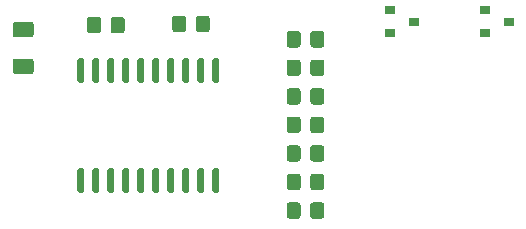
<source format=gbr>
%TF.GenerationSoftware,KiCad,Pcbnew,5.1.10-88a1d61d58~88~ubuntu20.04.1*%
%TF.CreationDate,2021-05-20T13:07:20-04:00*%
%TF.ProjectId,hexdisplay8,68657864-6973-4706-9c61-79382e6b6963,rev?*%
%TF.SameCoordinates,Original*%
%TF.FileFunction,Paste,Top*%
%TF.FilePolarity,Positive*%
%FSLAX46Y46*%
G04 Gerber Fmt 4.6, Leading zero omitted, Abs format (unit mm)*
G04 Created by KiCad (PCBNEW 5.1.10-88a1d61d58~88~ubuntu20.04.1) date 2021-05-20 13:07:20*
%MOMM*%
%LPD*%
G01*
G04 APERTURE LIST*
%ADD10R,0.900000X0.800000*%
G04 APERTURE END LIST*
%TO.C,C1*%
G36*
G01*
X143350003Y-106462500D02*
X142049997Y-106462500D01*
G75*
G02*
X141800000Y-106212503I0J249997D01*
G01*
X141800000Y-105387497D01*
G75*
G02*
X142049997Y-105137500I249997J0D01*
G01*
X143350003Y-105137500D01*
G75*
G02*
X143600000Y-105387497I0J-249997D01*
G01*
X143600000Y-106212503D01*
G75*
G02*
X143350003Y-106462500I-249997J0D01*
G01*
G37*
G36*
G01*
X143350003Y-103337500D02*
X142049997Y-103337500D01*
G75*
G02*
X141800000Y-103087503I0J249997D01*
G01*
X141800000Y-102262497D01*
G75*
G02*
X142049997Y-102012500I249997J0D01*
G01*
X143350003Y-102012500D01*
G75*
G02*
X143600000Y-102262497I0J-249997D01*
G01*
X143600000Y-103087503D01*
G75*
G02*
X143350003Y-103337500I-249997J0D01*
G01*
G37*
%TD*%
D10*
%TO.C,Q1*%
X181800000Y-101050000D03*
X181800000Y-102950000D03*
X183800000Y-102000000D03*
%TD*%
%TO.C,Q2*%
X175800000Y-102000000D03*
X173800000Y-102950000D03*
X173800000Y-101050000D03*
%TD*%
%TO.C,R1*%
G36*
G01*
X168200000Y-103049999D02*
X168200000Y-103950001D01*
G75*
G02*
X167950001Y-104200000I-249999J0D01*
G01*
X167249999Y-104200000D01*
G75*
G02*
X167000000Y-103950001I0J249999D01*
G01*
X167000000Y-103049999D01*
G75*
G02*
X167249999Y-102800000I249999J0D01*
G01*
X167950001Y-102800000D01*
G75*
G02*
X168200000Y-103049999I0J-249999D01*
G01*
G37*
G36*
G01*
X166200000Y-103049999D02*
X166200000Y-103950001D01*
G75*
G02*
X165950001Y-104200000I-249999J0D01*
G01*
X165249999Y-104200000D01*
G75*
G02*
X165000000Y-103950001I0J249999D01*
G01*
X165000000Y-103049999D01*
G75*
G02*
X165249999Y-102800000I249999J0D01*
G01*
X165950001Y-102800000D01*
G75*
G02*
X166200000Y-103049999I0J-249999D01*
G01*
G37*
%TD*%
%TO.C,R2*%
G36*
G01*
X166200000Y-105466665D02*
X166200000Y-106366667D01*
G75*
G02*
X165950001Y-106616666I-249999J0D01*
G01*
X165249999Y-106616666D01*
G75*
G02*
X165000000Y-106366667I0J249999D01*
G01*
X165000000Y-105466665D01*
G75*
G02*
X165249999Y-105216666I249999J0D01*
G01*
X165950001Y-105216666D01*
G75*
G02*
X166200000Y-105466665I0J-249999D01*
G01*
G37*
G36*
G01*
X168200000Y-105466665D02*
X168200000Y-106366667D01*
G75*
G02*
X167950001Y-106616666I-249999J0D01*
G01*
X167249999Y-106616666D01*
G75*
G02*
X167000000Y-106366667I0J249999D01*
G01*
X167000000Y-105466665D01*
G75*
G02*
X167249999Y-105216666I249999J0D01*
G01*
X167950001Y-105216666D01*
G75*
G02*
X168200000Y-105466665I0J-249999D01*
G01*
G37*
%TD*%
%TO.C,R3*%
G36*
G01*
X168200000Y-107883331D02*
X168200000Y-108783333D01*
G75*
G02*
X167950001Y-109033332I-249999J0D01*
G01*
X167249999Y-109033332D01*
G75*
G02*
X167000000Y-108783333I0J249999D01*
G01*
X167000000Y-107883331D01*
G75*
G02*
X167249999Y-107633332I249999J0D01*
G01*
X167950001Y-107633332D01*
G75*
G02*
X168200000Y-107883331I0J-249999D01*
G01*
G37*
G36*
G01*
X166200000Y-107883331D02*
X166200000Y-108783333D01*
G75*
G02*
X165950001Y-109033332I-249999J0D01*
G01*
X165249999Y-109033332D01*
G75*
G02*
X165000000Y-108783333I0J249999D01*
G01*
X165000000Y-107883331D01*
G75*
G02*
X165249999Y-107633332I249999J0D01*
G01*
X165950001Y-107633332D01*
G75*
G02*
X166200000Y-107883331I0J-249999D01*
G01*
G37*
%TD*%
%TO.C,R4*%
G36*
G01*
X166200000Y-110299997D02*
X166200000Y-111199999D01*
G75*
G02*
X165950001Y-111449998I-249999J0D01*
G01*
X165249999Y-111449998D01*
G75*
G02*
X165000000Y-111199999I0J249999D01*
G01*
X165000000Y-110299997D01*
G75*
G02*
X165249999Y-110049998I249999J0D01*
G01*
X165950001Y-110049998D01*
G75*
G02*
X166200000Y-110299997I0J-249999D01*
G01*
G37*
G36*
G01*
X168200000Y-110299997D02*
X168200000Y-111199999D01*
G75*
G02*
X167950001Y-111449998I-249999J0D01*
G01*
X167249999Y-111449998D01*
G75*
G02*
X167000000Y-111199999I0J249999D01*
G01*
X167000000Y-110299997D01*
G75*
G02*
X167249999Y-110049998I249999J0D01*
G01*
X167950001Y-110049998D01*
G75*
G02*
X168200000Y-110299997I0J-249999D01*
G01*
G37*
%TD*%
%TO.C,R5*%
G36*
G01*
X168200000Y-112716663D02*
X168200000Y-113616665D01*
G75*
G02*
X167950001Y-113866664I-249999J0D01*
G01*
X167249999Y-113866664D01*
G75*
G02*
X167000000Y-113616665I0J249999D01*
G01*
X167000000Y-112716663D01*
G75*
G02*
X167249999Y-112466664I249999J0D01*
G01*
X167950001Y-112466664D01*
G75*
G02*
X168200000Y-112716663I0J-249999D01*
G01*
G37*
G36*
G01*
X166200000Y-112716663D02*
X166200000Y-113616665D01*
G75*
G02*
X165950001Y-113866664I-249999J0D01*
G01*
X165249999Y-113866664D01*
G75*
G02*
X165000000Y-113616665I0J249999D01*
G01*
X165000000Y-112716663D01*
G75*
G02*
X165249999Y-112466664I249999J0D01*
G01*
X165950001Y-112466664D01*
G75*
G02*
X166200000Y-112716663I0J-249999D01*
G01*
G37*
%TD*%
%TO.C,R6*%
G36*
G01*
X166200000Y-115133329D02*
X166200000Y-116033331D01*
G75*
G02*
X165950001Y-116283330I-249999J0D01*
G01*
X165249999Y-116283330D01*
G75*
G02*
X165000000Y-116033331I0J249999D01*
G01*
X165000000Y-115133329D01*
G75*
G02*
X165249999Y-114883330I249999J0D01*
G01*
X165950001Y-114883330D01*
G75*
G02*
X166200000Y-115133329I0J-249999D01*
G01*
G37*
G36*
G01*
X168200000Y-115133329D02*
X168200000Y-116033331D01*
G75*
G02*
X167950001Y-116283330I-249999J0D01*
G01*
X167249999Y-116283330D01*
G75*
G02*
X167000000Y-116033331I0J249999D01*
G01*
X167000000Y-115133329D01*
G75*
G02*
X167249999Y-114883330I249999J0D01*
G01*
X167950001Y-114883330D01*
G75*
G02*
X168200000Y-115133329I0J-249999D01*
G01*
G37*
%TD*%
%TO.C,R7*%
G36*
G01*
X168200000Y-117549999D02*
X168200000Y-118450001D01*
G75*
G02*
X167950001Y-118700000I-249999J0D01*
G01*
X167249999Y-118700000D01*
G75*
G02*
X167000000Y-118450001I0J249999D01*
G01*
X167000000Y-117549999D01*
G75*
G02*
X167249999Y-117300000I249999J0D01*
G01*
X167950001Y-117300000D01*
G75*
G02*
X168200000Y-117549999I0J-249999D01*
G01*
G37*
G36*
G01*
X166200000Y-117549999D02*
X166200000Y-118450001D01*
G75*
G02*
X165950001Y-118700000I-249999J0D01*
G01*
X165249999Y-118700000D01*
G75*
G02*
X165000000Y-118450001I0J249999D01*
G01*
X165000000Y-117549999D01*
G75*
G02*
X165249999Y-117300000I249999J0D01*
G01*
X165950001Y-117300000D01*
G75*
G02*
X166200000Y-117549999I0J-249999D01*
G01*
G37*
%TD*%
%TO.C,R8*%
G36*
G01*
X149300000Y-101849999D02*
X149300000Y-102750001D01*
G75*
G02*
X149050001Y-103000000I-249999J0D01*
G01*
X148349999Y-103000000D01*
G75*
G02*
X148100000Y-102750001I0J249999D01*
G01*
X148100000Y-101849999D01*
G75*
G02*
X148349999Y-101600000I249999J0D01*
G01*
X149050001Y-101600000D01*
G75*
G02*
X149300000Y-101849999I0J-249999D01*
G01*
G37*
G36*
G01*
X151300000Y-101849999D02*
X151300000Y-102750001D01*
G75*
G02*
X151050001Y-103000000I-249999J0D01*
G01*
X150349999Y-103000000D01*
G75*
G02*
X150100000Y-102750001I0J249999D01*
G01*
X150100000Y-101849999D01*
G75*
G02*
X150349999Y-101600000I249999J0D01*
G01*
X151050001Y-101600000D01*
G75*
G02*
X151300000Y-101849999I0J-249999D01*
G01*
G37*
%TD*%
%TO.C,R9*%
G36*
G01*
X158500000Y-101749999D02*
X158500000Y-102650001D01*
G75*
G02*
X158250001Y-102900000I-249999J0D01*
G01*
X157549999Y-102900000D01*
G75*
G02*
X157300000Y-102650001I0J249999D01*
G01*
X157300000Y-101749999D01*
G75*
G02*
X157549999Y-101500000I249999J0D01*
G01*
X158250001Y-101500000D01*
G75*
G02*
X158500000Y-101749999I0J-249999D01*
G01*
G37*
G36*
G01*
X156500000Y-101749999D02*
X156500000Y-102650001D01*
G75*
G02*
X156250001Y-102900000I-249999J0D01*
G01*
X155549999Y-102900000D01*
G75*
G02*
X155300000Y-102650001I0J249999D01*
G01*
X155300000Y-101749999D01*
G75*
G02*
X155549999Y-101500000I249999J0D01*
G01*
X156250001Y-101500000D01*
G75*
G02*
X156500000Y-101749999I0J-249999D01*
G01*
G37*
%TD*%
%TO.C,U1*%
G36*
G01*
X147735000Y-116475000D02*
X147435000Y-116475000D01*
G75*
G02*
X147285000Y-116325000I0J150000D01*
G01*
X147285000Y-114575000D01*
G75*
G02*
X147435000Y-114425000I150000J0D01*
G01*
X147735000Y-114425000D01*
G75*
G02*
X147885000Y-114575000I0J-150000D01*
G01*
X147885000Y-116325000D01*
G75*
G02*
X147735000Y-116475000I-150000J0D01*
G01*
G37*
G36*
G01*
X149005000Y-116475000D02*
X148705000Y-116475000D01*
G75*
G02*
X148555000Y-116325000I0J150000D01*
G01*
X148555000Y-114575000D01*
G75*
G02*
X148705000Y-114425000I150000J0D01*
G01*
X149005000Y-114425000D01*
G75*
G02*
X149155000Y-114575000I0J-150000D01*
G01*
X149155000Y-116325000D01*
G75*
G02*
X149005000Y-116475000I-150000J0D01*
G01*
G37*
G36*
G01*
X150275000Y-116475000D02*
X149975000Y-116475000D01*
G75*
G02*
X149825000Y-116325000I0J150000D01*
G01*
X149825000Y-114575000D01*
G75*
G02*
X149975000Y-114425000I150000J0D01*
G01*
X150275000Y-114425000D01*
G75*
G02*
X150425000Y-114575000I0J-150000D01*
G01*
X150425000Y-116325000D01*
G75*
G02*
X150275000Y-116475000I-150000J0D01*
G01*
G37*
G36*
G01*
X151545000Y-116475000D02*
X151245000Y-116475000D01*
G75*
G02*
X151095000Y-116325000I0J150000D01*
G01*
X151095000Y-114575000D01*
G75*
G02*
X151245000Y-114425000I150000J0D01*
G01*
X151545000Y-114425000D01*
G75*
G02*
X151695000Y-114575000I0J-150000D01*
G01*
X151695000Y-116325000D01*
G75*
G02*
X151545000Y-116475000I-150000J0D01*
G01*
G37*
G36*
G01*
X152815000Y-116475000D02*
X152515000Y-116475000D01*
G75*
G02*
X152365000Y-116325000I0J150000D01*
G01*
X152365000Y-114575000D01*
G75*
G02*
X152515000Y-114425000I150000J0D01*
G01*
X152815000Y-114425000D01*
G75*
G02*
X152965000Y-114575000I0J-150000D01*
G01*
X152965000Y-116325000D01*
G75*
G02*
X152815000Y-116475000I-150000J0D01*
G01*
G37*
G36*
G01*
X154085000Y-116475000D02*
X153785000Y-116475000D01*
G75*
G02*
X153635000Y-116325000I0J150000D01*
G01*
X153635000Y-114575000D01*
G75*
G02*
X153785000Y-114425000I150000J0D01*
G01*
X154085000Y-114425000D01*
G75*
G02*
X154235000Y-114575000I0J-150000D01*
G01*
X154235000Y-116325000D01*
G75*
G02*
X154085000Y-116475000I-150000J0D01*
G01*
G37*
G36*
G01*
X155355000Y-116475000D02*
X155055000Y-116475000D01*
G75*
G02*
X154905000Y-116325000I0J150000D01*
G01*
X154905000Y-114575000D01*
G75*
G02*
X155055000Y-114425000I150000J0D01*
G01*
X155355000Y-114425000D01*
G75*
G02*
X155505000Y-114575000I0J-150000D01*
G01*
X155505000Y-116325000D01*
G75*
G02*
X155355000Y-116475000I-150000J0D01*
G01*
G37*
G36*
G01*
X156625000Y-116475000D02*
X156325000Y-116475000D01*
G75*
G02*
X156175000Y-116325000I0J150000D01*
G01*
X156175000Y-114575000D01*
G75*
G02*
X156325000Y-114425000I150000J0D01*
G01*
X156625000Y-114425000D01*
G75*
G02*
X156775000Y-114575000I0J-150000D01*
G01*
X156775000Y-116325000D01*
G75*
G02*
X156625000Y-116475000I-150000J0D01*
G01*
G37*
G36*
G01*
X157895000Y-116475000D02*
X157595000Y-116475000D01*
G75*
G02*
X157445000Y-116325000I0J150000D01*
G01*
X157445000Y-114575000D01*
G75*
G02*
X157595000Y-114425000I150000J0D01*
G01*
X157895000Y-114425000D01*
G75*
G02*
X158045000Y-114575000I0J-150000D01*
G01*
X158045000Y-116325000D01*
G75*
G02*
X157895000Y-116475000I-150000J0D01*
G01*
G37*
G36*
G01*
X159165000Y-116475000D02*
X158865000Y-116475000D01*
G75*
G02*
X158715000Y-116325000I0J150000D01*
G01*
X158715000Y-114575000D01*
G75*
G02*
X158865000Y-114425000I150000J0D01*
G01*
X159165000Y-114425000D01*
G75*
G02*
X159315000Y-114575000I0J-150000D01*
G01*
X159315000Y-116325000D01*
G75*
G02*
X159165000Y-116475000I-150000J0D01*
G01*
G37*
G36*
G01*
X159165000Y-107175000D02*
X158865000Y-107175000D01*
G75*
G02*
X158715000Y-107025000I0J150000D01*
G01*
X158715000Y-105275000D01*
G75*
G02*
X158865000Y-105125000I150000J0D01*
G01*
X159165000Y-105125000D01*
G75*
G02*
X159315000Y-105275000I0J-150000D01*
G01*
X159315000Y-107025000D01*
G75*
G02*
X159165000Y-107175000I-150000J0D01*
G01*
G37*
G36*
G01*
X157895000Y-107175000D02*
X157595000Y-107175000D01*
G75*
G02*
X157445000Y-107025000I0J150000D01*
G01*
X157445000Y-105275000D01*
G75*
G02*
X157595000Y-105125000I150000J0D01*
G01*
X157895000Y-105125000D01*
G75*
G02*
X158045000Y-105275000I0J-150000D01*
G01*
X158045000Y-107025000D01*
G75*
G02*
X157895000Y-107175000I-150000J0D01*
G01*
G37*
G36*
G01*
X156625000Y-107175000D02*
X156325000Y-107175000D01*
G75*
G02*
X156175000Y-107025000I0J150000D01*
G01*
X156175000Y-105275000D01*
G75*
G02*
X156325000Y-105125000I150000J0D01*
G01*
X156625000Y-105125000D01*
G75*
G02*
X156775000Y-105275000I0J-150000D01*
G01*
X156775000Y-107025000D01*
G75*
G02*
X156625000Y-107175000I-150000J0D01*
G01*
G37*
G36*
G01*
X155355000Y-107175000D02*
X155055000Y-107175000D01*
G75*
G02*
X154905000Y-107025000I0J150000D01*
G01*
X154905000Y-105275000D01*
G75*
G02*
X155055000Y-105125000I150000J0D01*
G01*
X155355000Y-105125000D01*
G75*
G02*
X155505000Y-105275000I0J-150000D01*
G01*
X155505000Y-107025000D01*
G75*
G02*
X155355000Y-107175000I-150000J0D01*
G01*
G37*
G36*
G01*
X154085000Y-107175000D02*
X153785000Y-107175000D01*
G75*
G02*
X153635000Y-107025000I0J150000D01*
G01*
X153635000Y-105275000D01*
G75*
G02*
X153785000Y-105125000I150000J0D01*
G01*
X154085000Y-105125000D01*
G75*
G02*
X154235000Y-105275000I0J-150000D01*
G01*
X154235000Y-107025000D01*
G75*
G02*
X154085000Y-107175000I-150000J0D01*
G01*
G37*
G36*
G01*
X152815000Y-107175000D02*
X152515000Y-107175000D01*
G75*
G02*
X152365000Y-107025000I0J150000D01*
G01*
X152365000Y-105275000D01*
G75*
G02*
X152515000Y-105125000I150000J0D01*
G01*
X152815000Y-105125000D01*
G75*
G02*
X152965000Y-105275000I0J-150000D01*
G01*
X152965000Y-107025000D01*
G75*
G02*
X152815000Y-107175000I-150000J0D01*
G01*
G37*
G36*
G01*
X151545000Y-107175000D02*
X151245000Y-107175000D01*
G75*
G02*
X151095000Y-107025000I0J150000D01*
G01*
X151095000Y-105275000D01*
G75*
G02*
X151245000Y-105125000I150000J0D01*
G01*
X151545000Y-105125000D01*
G75*
G02*
X151695000Y-105275000I0J-150000D01*
G01*
X151695000Y-107025000D01*
G75*
G02*
X151545000Y-107175000I-150000J0D01*
G01*
G37*
G36*
G01*
X150275000Y-107175000D02*
X149975000Y-107175000D01*
G75*
G02*
X149825000Y-107025000I0J150000D01*
G01*
X149825000Y-105275000D01*
G75*
G02*
X149975000Y-105125000I150000J0D01*
G01*
X150275000Y-105125000D01*
G75*
G02*
X150425000Y-105275000I0J-150000D01*
G01*
X150425000Y-107025000D01*
G75*
G02*
X150275000Y-107175000I-150000J0D01*
G01*
G37*
G36*
G01*
X149005000Y-107175000D02*
X148705000Y-107175000D01*
G75*
G02*
X148555000Y-107025000I0J150000D01*
G01*
X148555000Y-105275000D01*
G75*
G02*
X148705000Y-105125000I150000J0D01*
G01*
X149005000Y-105125000D01*
G75*
G02*
X149155000Y-105275000I0J-150000D01*
G01*
X149155000Y-107025000D01*
G75*
G02*
X149005000Y-107175000I-150000J0D01*
G01*
G37*
G36*
G01*
X147735000Y-107175000D02*
X147435000Y-107175000D01*
G75*
G02*
X147285000Y-107025000I0J150000D01*
G01*
X147285000Y-105275000D01*
G75*
G02*
X147435000Y-105125000I150000J0D01*
G01*
X147735000Y-105125000D01*
G75*
G02*
X147885000Y-105275000I0J-150000D01*
G01*
X147885000Y-107025000D01*
G75*
G02*
X147735000Y-107175000I-150000J0D01*
G01*
G37*
%TD*%
M02*

</source>
